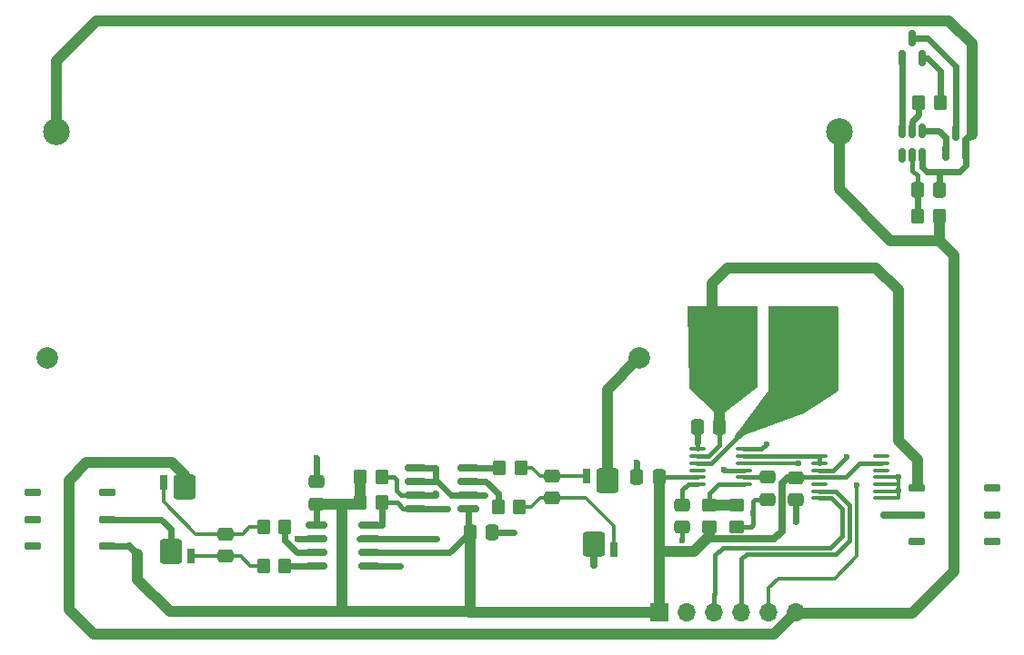
<source format=gtl>
%TF.GenerationSoftware,KiCad,Pcbnew,9.0.0*%
%TF.CreationDate,2025-03-15T23:12:27-07:00*%
%TF.ProjectId,Joule-Thief_R6,4a6f756c-652d-4546-9869-65665f52362e,5*%
%TF.SameCoordinates,Original*%
%TF.FileFunction,Copper,L1,Top*%
%TF.FilePolarity,Positive*%
%FSLAX46Y46*%
G04 Gerber Fmt 4.6, Leading zero omitted, Abs format (unit mm)*
G04 Created by KiCad (PCBNEW 9.0.0) date 2025-03-15 23:12:27*
%MOMM*%
%LPD*%
G01*
G04 APERTURE LIST*
G04 Aperture macros list*
%AMRoundRect*
0 Rectangle with rounded corners*
0 $1 Rounding radius*
0 $2 $3 $4 $5 $6 $7 $8 $9 X,Y pos of 4 corners*
0 Add a 4 corners polygon primitive as box body*
4,1,4,$2,$3,$4,$5,$6,$7,$8,$9,$2,$3,0*
0 Add four circle primitives for the rounded corners*
1,1,$1+$1,$2,$3*
1,1,$1+$1,$4,$5*
1,1,$1+$1,$6,$7*
1,1,$1+$1,$8,$9*
0 Add four rect primitives between the rounded corners*
20,1,$1+$1,$2,$3,$4,$5,0*
20,1,$1+$1,$4,$5,$6,$7,0*
20,1,$1+$1,$6,$7,$8,$9,0*
20,1,$1+$1,$8,$9,$2,$3,0*%
G04 Aperture macros list end*
%TA.AperFunction,SMDPad,CuDef*%
%ADD10RoundRect,0.150000X0.825000X0.150000X-0.825000X0.150000X-0.825000X-0.150000X0.825000X-0.150000X0*%
%TD*%
%TA.AperFunction,SMDPad,CuDef*%
%ADD11RoundRect,0.250000X-0.350000X-0.450000X0.350000X-0.450000X0.350000X0.450000X-0.350000X0.450000X0*%
%TD*%
%TA.AperFunction,ComponentPad*%
%ADD12C,2.500000*%
%TD*%
%TA.AperFunction,SMDPad,CuDef*%
%ADD13RoundRect,0.525000X1.475000X-1.225000X1.475000X1.225000X-1.475000X1.225000X-1.475000X-1.225000X0*%
%TD*%
%TA.AperFunction,SMDPad,CuDef*%
%ADD14RoundRect,0.090000X-0.660000X-0.210000X0.660000X-0.210000X0.660000X0.210000X-0.660000X0.210000X0*%
%TD*%
%TA.AperFunction,SMDPad,CuDef*%
%ADD15RoundRect,0.090000X0.660000X0.210000X-0.660000X0.210000X-0.660000X-0.210000X0.660000X-0.210000X0*%
%TD*%
%TA.AperFunction,ComponentPad*%
%ADD16C,2.000000*%
%TD*%
%TA.AperFunction,SMDPad,CuDef*%
%ADD17RoundRect,0.100000X-0.637500X-0.100000X0.637500X-0.100000X0.637500X0.100000X-0.637500X0.100000X0*%
%TD*%
%TA.AperFunction,SMDPad,CuDef*%
%ADD18RoundRect,0.100000X0.625000X0.100000X-0.625000X0.100000X-0.625000X-0.100000X0.625000X-0.100000X0*%
%TD*%
%TA.AperFunction,SMDPad,CuDef*%
%ADD19RoundRect,0.250000X-0.337500X-0.475000X0.337500X-0.475000X0.337500X0.475000X-0.337500X0.475000X0*%
%TD*%
%TA.AperFunction,SMDPad,CuDef*%
%ADD20RoundRect,0.250000X0.350000X0.450000X-0.350000X0.450000X-0.350000X-0.450000X0.350000X-0.450000X0*%
%TD*%
%TA.AperFunction,SMDPad,CuDef*%
%ADD21RoundRect,0.250000X0.450000X-0.350000X0.450000X0.350000X-0.450000X0.350000X-0.450000X-0.350000X0*%
%TD*%
%TA.AperFunction,SMDPad,CuDef*%
%ADD22RoundRect,0.250000X-0.475000X0.337500X-0.475000X-0.337500X0.475000X-0.337500X0.475000X0.337500X0*%
%TD*%
%TA.AperFunction,SMDPad,CuDef*%
%ADD23RoundRect,0.150000X0.150000X-0.587500X0.150000X0.587500X-0.150000X0.587500X-0.150000X-0.587500X0*%
%TD*%
%TA.AperFunction,ComponentPad*%
%ADD24R,1.700000X1.700000*%
%TD*%
%TA.AperFunction,ComponentPad*%
%ADD25O,1.700000X1.700000*%
%TD*%
%TA.AperFunction,SMDPad,CuDef*%
%ADD26RoundRect,0.150000X-0.150000X0.512500X-0.150000X-0.512500X0.150000X-0.512500X0.150000X0.512500X0*%
%TD*%
%TA.AperFunction,SMDPad,CuDef*%
%ADD27RoundRect,0.250000X0.337500X0.475000X-0.337500X0.475000X-0.337500X-0.475000X0.337500X-0.475000X0*%
%TD*%
%TA.AperFunction,SMDPad,CuDef*%
%ADD28RoundRect,0.243600X0.771400X-0.901400X0.771400X0.901400X-0.771400X0.901400X-0.771400X-0.901400X0*%
%TD*%
%TA.AperFunction,SMDPad,CuDef*%
%ADD29RoundRect,0.091200X0.288800X-0.608800X0.288800X0.608800X-0.288800X0.608800X-0.288800X-0.608800X0*%
%TD*%
%TA.AperFunction,SMDPad,CuDef*%
%ADD30RoundRect,0.190000X0.190000X-0.510000X0.190000X0.510000X-0.190000X0.510000X-0.190000X-0.510000X0*%
%TD*%
%TA.AperFunction,SMDPad,CuDef*%
%ADD31RoundRect,0.243600X-0.771400X0.901400X-0.771400X-0.901400X0.771400X-0.901400X0.771400X0.901400X0*%
%TD*%
%TA.AperFunction,SMDPad,CuDef*%
%ADD32RoundRect,0.091200X-0.288800X0.608800X-0.288800X-0.608800X0.288800X-0.608800X0.288800X0.608800X0*%
%TD*%
%TA.AperFunction,SMDPad,CuDef*%
%ADD33RoundRect,0.190000X-0.190000X0.510000X-0.190000X-0.510000X0.190000X-0.510000X0.190000X0.510000X0*%
%TD*%
%TA.AperFunction,SMDPad,CuDef*%
%ADD34RoundRect,0.250000X-0.450000X0.350000X-0.450000X-0.350000X0.450000X-0.350000X0.450000X0.350000X0*%
%TD*%
%TA.AperFunction,SMDPad,CuDef*%
%ADD35RoundRect,0.250000X0.475000X-0.337500X0.475000X0.337500X-0.475000X0.337500X-0.475000X-0.337500X0*%
%TD*%
%TA.AperFunction,SMDPad,CuDef*%
%ADD36RoundRect,0.150000X-0.825000X-0.150000X0.825000X-0.150000X0.825000X0.150000X-0.825000X0.150000X0*%
%TD*%
%TA.AperFunction,ViaPad*%
%ADD37C,0.600000*%
%TD*%
%TA.AperFunction,Conductor*%
%ADD38C,1.000000*%
%TD*%
%TA.AperFunction,Conductor*%
%ADD39C,0.600000*%
%TD*%
%TA.AperFunction,Conductor*%
%ADD40C,0.400000*%
%TD*%
%TA.AperFunction,Conductor*%
%ADD41C,0.700000*%
%TD*%
%TA.AperFunction,Conductor*%
%ADD42C,0.300000*%
%TD*%
%TA.AperFunction,Conductor*%
%ADD43C,0.500000*%
%TD*%
G04 APERTURE END LIST*
D10*
%TO.P,U4,8,IN+*%
%TO.N,Net-(U4-IN+)*%
X87645000Y-82870000D03*
%TO.P,U4,7,IN-*%
%TO.N,Net-(U4-IN-)*%
X87645000Y-81600000D03*
%TO.P,U4,6,GND*%
%TO.N,GND*%
X87645000Y-80330000D03*
%TO.P,U4,5,VS*%
%TO.N,V5+*%
X87645000Y-79060000D03*
%TO.P,U4,4,SCL*%
%TO.N,SCL*%
X92595000Y-79060000D03*
%TO.P,U4,3,SDA*%
%TO.N,SDA*%
X92595000Y-80330000D03*
%TO.P,U4,2,A0*%
%TO.N,V5+*%
X92595000Y-81600000D03*
%TO.P,U4,1,A1*%
%TO.N,GND*%
X92595000Y-82870000D03*
%TD*%
D11*
%TO.P,R5,1*%
%TO.N,V5+*%
X91700000Y-74575000D03*
%TO.P,R5,2*%
%TO.N,SDA*%
X93700000Y-74575000D03*
%TD*%
%TO.P,R4,1*%
%TO.N,V5+*%
X91740000Y-76955000D03*
%TO.P,R4,2*%
%TO.N,SCL*%
X93740000Y-76955000D03*
%TD*%
D12*
%TO.P,BT1,1,+*%
%TO.N,LITH*%
X136300000Y-42400000D03*
%TO.P,BT1,2,-*%
%TO.N,Net-(BT1--)*%
X63400000Y-42400000D03*
%TD*%
D13*
%TO.P,L1,1,1*%
%TO.N,Net-(SW1-A)*%
X124450000Y-60550000D03*
%TO.P,L1,2,2*%
%TO.N,Net-(U2-SWITCH)*%
X133950000Y-60550000D03*
%TD*%
D14*
%TO.P,SW1,1,A*%
%TO.N,Net-(SW1-A)*%
X143550000Y-75600000D03*
%TO.P,SW1,2,B*%
%TO.N,Net-(SW1-B)*%
X143550000Y-78100000D03*
%TO.P,SW1,3*%
%TO.N,N/C*%
X143550000Y-80600000D03*
%TO.P,SW1,4*%
X150550000Y-75600000D03*
%TO.P,SW1,5*%
X150550000Y-78100000D03*
%TO.P,SW1,6*%
X150550000Y-80600000D03*
%TD*%
D15*
%TO.P,SW2,1,A*%
%TO.N,V5+*%
X68200000Y-81000000D03*
%TO.P,SW2,2,B*%
%TO.N,Net-(SW2-B)*%
X68200000Y-78500000D03*
%TO.P,SW2,3*%
%TO.N,N/C*%
X68200000Y-76000000D03*
%TO.P,SW2,4*%
X61200000Y-81000000D03*
%TO.P,SW2,5*%
X61200000Y-78500000D03*
%TO.P,SW2,6*%
X61200000Y-76000000D03*
%TD*%
D16*
%TO.P,BATT_1,1,+*%
%TO.N,+ALK*%
X117660000Y-63500000D03*
%TO.P,BATT_1,2,-*%
%TO.N,GND*%
X62600000Y-63500000D03*
%TD*%
D11*
%TO.P,R1,1*%
%TO.N,Net-(U1-IN+)*%
X104660000Y-73690000D03*
%TO.P,R1,2*%
%TO.N,Net-(C2-Pad1)*%
X106660000Y-73690000D03*
%TD*%
D17*
%TO.P,U3,1,A*%
%TO.N,MPPC*%
X134487500Y-72625000D03*
%TO.P,U3,2,W*%
X134487500Y-73275000D03*
%TO.P,U3,3,B*%
%TO.N,GND*%
X134487500Y-73925000D03*
%TO.P,U3,4,VDD*%
%TO.N,V5+*%
X134487500Y-74575000D03*
%TO.P,U3,5,~{SHDN}*%
%TO.N,unconnected-(U3-~{SHDN}-Pad5)*%
X134487500Y-75225000D03*
%TO.P,U3,6,SCL*%
%TO.N,SCL*%
X134487500Y-75875000D03*
%TO.P,U3,7,SDA*%
%TO.N,SDA*%
X134487500Y-76525000D03*
%TO.P,U3,8,AD0*%
%TO.N,GND*%
X140212500Y-76525000D03*
%TO.P,U3,9,AD1*%
X140212500Y-75875000D03*
%TO.P,U3,10,GND*%
X140212500Y-75225000D03*
%TO.P,U3,11,VSS*%
X140212500Y-74575000D03*
%TO.P,U3,12,O2*%
%TO.N,unconnected-(U3-O2-Pad12)*%
X140212500Y-73925000D03*
%TO.P,U3,13,VLOG*%
%TO.N,V5+*%
X140212500Y-73275000D03*
%TO.P,U3,14,O1*%
%TO.N,unconnected-(U3-O1-Pad14)*%
X140212500Y-72625000D03*
%TD*%
D18*
%TO.P,U2,1,FB*%
%TO.N,Net-(U2-FB)*%
X127400000Y-75225000D03*
%TO.P,U2,2,LDO*%
%TO.N,Net-(U2-LDO)*%
X127400000Y-74575000D03*
%TO.P,U2,3,FBLDO*%
%TO.N,GND*%
X127400000Y-73925000D03*
%TO.P,U2,4,~{SHDN}*%
%TO.N,SHDN*%
X127400000Y-73275000D03*
%TO.P,U2,5,MPPC*%
%TO.N,MPPC*%
X127400000Y-72625000D03*
%TO.P,U2,6,GND*%
%TO.N,GND*%
X127400000Y-71975000D03*
%TO.P,U2,7,GND*%
X123100000Y-71975000D03*
%TO.P,U2,8,VIN*%
%TO.N,Net-(SW1-A)*%
X123100000Y-72625000D03*
%TO.P,U2,9,SWITCH*%
%TO.N,Net-(U2-SWITCH)*%
X123100000Y-73275000D03*
%TO.P,U2,10,~{PGOOD}*%
%TO.N,unconnected-(U2-~{PGOOD}-Pad10)*%
X123100000Y-73925000D03*
%TO.P,U2,11,VOUT*%
%TO.N,V5+*%
X123100000Y-74575000D03*
%TO.P,U2,12,AUX*%
%TO.N,Net-(U2-AUX)*%
X123100000Y-75225000D03*
%TD*%
D19*
%TO.P,C3,1*%
%TO.N,GND*%
X117462500Y-74587500D03*
%TO.P,C3,2*%
%TO.N,V5+*%
X119537500Y-74587500D03*
%TD*%
D20*
%TO.P,R12,1*%
%TO.N,GND*%
X145725000Y-39700000D03*
%TO.P,R12,2*%
%TO.N,Net-(U5-CS)*%
X143725000Y-39700000D03*
%TD*%
D21*
%TO.P,R6,1*%
%TO.N,V5+*%
X124200000Y-79175000D03*
%TO.P,R6,2*%
%TO.N,Net-(U2-FB)*%
X124200000Y-77175000D03*
%TD*%
D20*
%TO.P,R8,1*%
%TO.N,Net-(U4-IN+)*%
X84695000Y-82857500D03*
%TO.P,R8,2*%
%TO.N,Net-(C9-Pad2)*%
X82695000Y-82857500D03*
%TD*%
%TO.P,R9,1*%
%TO.N,Net-(U4-IN-)*%
X84695000Y-79220000D03*
%TO.P,R9,2*%
%TO.N,Net-(C9-Pad1)*%
X82695000Y-79220000D03*
%TD*%
D22*
%TO.P,C2,1*%
%TO.N,Net-(C2-Pad1)*%
X109610000Y-74452500D03*
%TO.P,C2,2*%
%TO.N,Net-(C2-Pad2)*%
X109610000Y-76527500D03*
%TD*%
D23*
%TO.P,Q1,1,G*%
%TO.N,Net-(Q1-G)*%
X142150000Y-35537500D03*
%TO.P,Q1,2,S*%
%TO.N,GND*%
X144050000Y-35537500D03*
%TO.P,Q1,3,D*%
%TO.N,Net-(Q1-D)*%
X143100000Y-33662500D03*
%TD*%
D22*
%TO.P,C9,1*%
%TO.N,Net-(C9-Pad1)*%
X79142500Y-79857500D03*
%TO.P,C9,2*%
%TO.N,Net-(C9-Pad2)*%
X79142500Y-81932500D03*
%TD*%
%TO.P,C5,1*%
%TO.N,Net-(U2-AUX)*%
X121700000Y-77175000D03*
%TO.P,C5,2*%
%TO.N,GND*%
X121700000Y-79250000D03*
%TD*%
D24*
%TO.P,J2,1,Pin_1*%
%TO.N,V5+*%
X119585000Y-87175000D03*
D25*
%TO.P,J2,2,Pin_2*%
%TO.N,GND*%
X122125000Y-87175000D03*
%TO.P,J2,3,Pin_3*%
%TO.N,SDA*%
X124665000Y-87175000D03*
%TO.P,J2,4,Pin_4*%
%TO.N,SCL*%
X127205000Y-87175000D03*
%TO.P,J2,5,Pin_5*%
%TO.N,SHDN*%
X129745000Y-87175000D03*
%TO.P,J2,6,Pin_6*%
%TO.N,LITH*%
X132285000Y-87175000D03*
%TD*%
D11*
%TO.P,R2,1*%
%TO.N,Net-(U1-IN-)*%
X104560000Y-77340000D03*
%TO.P,R2,2*%
%TO.N,Net-(C2-Pad2)*%
X106560000Y-77340000D03*
%TD*%
D26*
%TO.P,U5,1,OD*%
%TO.N,Net-(Q2-G)*%
X144050000Y-42275000D03*
%TO.P,U5,2,CS*%
%TO.N,Net-(U5-CS)*%
X143100000Y-42275000D03*
%TO.P,U5,3,OC*%
%TO.N,Net-(Q1-G)*%
X142150000Y-42275000D03*
%TO.P,U5,4,TD*%
%TO.N,unconnected-(U5-TD-Pad4)*%
X142150000Y-44550000D03*
%TO.P,U5,5,VCC*%
%TO.N,Net-(U5-VCC)*%
X143100000Y-44550000D03*
%TO.P,U5,6,GND*%
%TO.N,Net-(BT1--)*%
X144050000Y-44550000D03*
%TD*%
D27*
%TO.P,C4,1*%
%TO.N,Net-(SW1-A)*%
X125162500Y-69925000D03*
%TO.P,C4,2*%
%TO.N,GND*%
X123087500Y-69925000D03*
%TD*%
D23*
%TO.P,Q2,1,G*%
%TO.N,Net-(Q2-G)*%
X146225000Y-44362500D03*
%TO.P,Q2,2,S*%
%TO.N,Net-(BT1--)*%
X148125000Y-44362500D03*
%TO.P,Q2,3,D*%
%TO.N,Net-(Q1-D)*%
X147175000Y-42487500D03*
%TD*%
D22*
%TO.P,C7,1*%
%TO.N,Net-(U2-LDO)*%
X129600000Y-74600000D03*
%TO.P,C7,2*%
%TO.N,GND*%
X129600000Y-76675000D03*
%TD*%
%TO.P,C6,1*%
%TO.N,V5+*%
X132300000Y-74612500D03*
%TO.P,C6,2*%
%TO.N,GND*%
X132300000Y-76687500D03*
%TD*%
D28*
%TO.P,R10,1,1*%
%TO.N,Net-(SW2-B)*%
X74055000Y-81475000D03*
D29*
%TO.P,R10,2,2*%
%TO.N,Net-(C9-Pad2)*%
X75960000Y-81920000D03*
D30*
%TO.P,R10,3,3*%
%TO.N,Net-(C9-Pad1)*%
X73420000Y-75060000D03*
D28*
%TO.P,R10,4,4*%
%TO.N,LITH*%
X75325000Y-75505000D03*
%TD*%
D31*
%TO.P,R3,1,1*%
%TO.N,+ALK*%
X114715000Y-74885000D03*
D32*
%TO.P,R3,2,2*%
%TO.N,Net-(C2-Pad1)*%
X112810000Y-74440000D03*
D33*
%TO.P,R3,3,3*%
%TO.N,Net-(C2-Pad2)*%
X115350000Y-81300000D03*
D31*
%TO.P,R3,4,4*%
%TO.N,Net-(SW1-B)*%
X113445000Y-80855000D03*
%TD*%
D34*
%TO.P,R7,1*%
%TO.N,Net-(U2-FB)*%
X126800000Y-77175000D03*
%TO.P,R7,2*%
%TO.N,GND*%
X126800000Y-79175000D03*
%TD*%
D11*
%TO.P,R11,1*%
%TO.N,Net-(U5-VCC)*%
X143612500Y-50225000D03*
%TO.P,R11,2*%
%TO.N,LITH*%
X145612500Y-50225000D03*
%TD*%
D35*
%TO.P,C8,1*%
%TO.N,V5+*%
X87607500Y-77057500D03*
%TO.P,C8,2*%
%TO.N,GND*%
X87607500Y-74982500D03*
%TD*%
D19*
%TO.P,C1,1*%
%TO.N,V5+*%
X101915000Y-79697500D03*
%TO.P,C1,2*%
%TO.N,GND*%
X103990000Y-79697500D03*
%TD*%
D36*
%TO.P,U1,1,A1*%
%TO.N,GND*%
X96860000Y-73690000D03*
%TO.P,U1,2,A0*%
X96860000Y-74960000D03*
%TO.P,U1,3,SDA*%
%TO.N,SDA*%
X96860000Y-76230000D03*
%TO.P,U1,4,SCL*%
%TO.N,SCL*%
X96860000Y-77500000D03*
%TO.P,U1,5,VS*%
%TO.N,V5+*%
X101810000Y-77500000D03*
%TO.P,U1,6,GND*%
%TO.N,GND*%
X101810000Y-76230000D03*
%TO.P,U1,7,IN-*%
%TO.N,Net-(U1-IN-)*%
X101810000Y-74960000D03*
%TO.P,U1,8,IN+*%
%TO.N,Net-(U1-IN+)*%
X101810000Y-73690000D03*
%TD*%
D19*
%TO.P,C10,1*%
%TO.N,Net-(U5-VCC)*%
X143575000Y-47825000D03*
%TO.P,C10,2*%
%TO.N,Net-(BT1--)*%
X145650000Y-47825000D03*
%TD*%
D37*
%TO.N,SDA*%
X98790000Y-80330000D03*
%TO.N,GND*%
X137000979Y-72675519D03*
X125600000Y-73900000D03*
X95455000Y-82870000D03*
X145725000Y-36725000D03*
X132300000Y-78700000D03*
X123100000Y-71300000D03*
X128250000Y-77950000D03*
X141800000Y-74600000D03*
X121700000Y-80500000D03*
X117450000Y-73162500D03*
X103300000Y-76250000D03*
X87605000Y-72810000D03*
X129575000Y-71475000D03*
X106000000Y-79700000D03*
X85905000Y-80330000D03*
X141800000Y-75850000D03*
%TO.N,Net-(SW1-B)*%
X140500000Y-78100000D03*
X113450000Y-82800000D03*
%TO.N,SDA*%
X98716293Y-76207381D03*
%TO.N,SHDN*%
X132550000Y-73325000D03*
X137975000Y-75300000D03*
%TO.N,SCL*%
X99850000Y-77500000D03*
%TD*%
D38*
%TO.N,LITH*%
X75325000Y-74360001D02*
X75325000Y-75505000D01*
X74204999Y-73240000D02*
X75325000Y-74360001D01*
X64580000Y-74860000D02*
X66200000Y-73240000D01*
X66880000Y-89200000D02*
X64580000Y-86900000D01*
X64580000Y-86900000D02*
X64580000Y-74860000D01*
X130260000Y-89200000D02*
X66880000Y-89200000D01*
X66200000Y-73240000D02*
X74204999Y-73240000D01*
X132285000Y-87175000D02*
X130260000Y-89200000D01*
%TO.N,V5+*%
X90050000Y-87110000D02*
X90050000Y-77057500D01*
X87607500Y-77057500D02*
X90050000Y-77057500D01*
X90050000Y-87110000D02*
X73970000Y-87110000D01*
D39*
%TO.N,SCL*%
X93740000Y-79065000D02*
X93735000Y-79060000D01*
X93735000Y-79060000D02*
X92595000Y-79060000D01*
X93740000Y-76955000D02*
X93740000Y-79065000D01*
D40*
%TO.N,SDA*%
X95100000Y-74825000D02*
X94850000Y-74575000D01*
X95100000Y-75850000D02*
X95100000Y-74825000D01*
X94850000Y-74575000D02*
X93700000Y-74575000D01*
%TO.N,SCL*%
X95150000Y-76950000D02*
X95145000Y-76955000D01*
X95145000Y-76955000D02*
X93740000Y-76955000D01*
X95700000Y-77500000D02*
X95150000Y-76950000D01*
X96860000Y-77500000D02*
X95700000Y-77500000D01*
D38*
%TO.N,V5+*%
X91740000Y-74615000D02*
X91700000Y-74575000D01*
X91740000Y-76955000D02*
X91740000Y-74615000D01*
X90050000Y-77057500D02*
X91637500Y-77057500D01*
X91637500Y-77057500D02*
X91740000Y-76955000D01*
D39*
X87607500Y-79022500D02*
X87645000Y-79060000D01*
X87607500Y-77057500D02*
X87607500Y-79022500D01*
%TO.N,SDA*%
X92595000Y-80330000D02*
X98790000Y-80330000D01*
X92595000Y-80330000D02*
X91620001Y-80330000D01*
%TO.N,V5+*%
X100012500Y-81600000D02*
X92595000Y-81600000D01*
X101915000Y-79697500D02*
X100012500Y-81600000D01*
D41*
X70190000Y-81000000D02*
X70970000Y-81780000D01*
D38*
X70970000Y-81780000D02*
X70970000Y-84110000D01*
D39*
X68200000Y-81000000D02*
X70190000Y-81000000D01*
D38*
X73970000Y-87110000D02*
X70970000Y-84110000D01*
X101915000Y-87110000D02*
X90050000Y-87110000D01*
D39*
%TO.N,Net-(SW2-B)*%
X74055000Y-79385000D02*
X74055000Y-81475000D01*
X74060000Y-79380000D02*
X74055000Y-79385000D01*
X73180000Y-78500000D02*
X74060000Y-79380000D01*
X68200000Y-78500000D02*
X73180000Y-78500000D01*
%TO.N,GND*%
X132300000Y-78700000D02*
X132300000Y-76687500D01*
D40*
X135751498Y-73925000D02*
X137000979Y-72675519D01*
X134487500Y-73925000D02*
X135751498Y-73925000D01*
D38*
%TO.N,LITH*%
X141075000Y-52525000D02*
X136300000Y-47750000D01*
X145612500Y-52525000D02*
X141075000Y-52525000D01*
X136300000Y-47750000D02*
X136300000Y-42400000D01*
%TO.N,+ALK*%
X114715000Y-66445000D02*
X114715000Y-74885000D01*
X117655000Y-63505000D02*
X114715000Y-66445000D01*
%TO.N,Net-(BT1--)*%
X67125000Y-32075000D02*
X63400000Y-35800000D01*
X63400000Y-35800000D02*
X63400000Y-42400000D01*
X146525000Y-32075000D02*
X67125000Y-32075000D01*
X148650000Y-34200000D02*
X146525000Y-32075000D01*
X148650000Y-42600000D02*
X148650000Y-34200000D01*
D41*
%TO.N,Net-(SW1-B)*%
X140500000Y-78100000D02*
X143550000Y-78100000D01*
D38*
%TO.N,LITH*%
X132360000Y-87250000D02*
X132285000Y-87175000D01*
X143075000Y-87250000D02*
X132360000Y-87250000D01*
X147000000Y-83325000D02*
X143075000Y-87250000D01*
X147000000Y-53912500D02*
X147000000Y-83325000D01*
X145612500Y-52525000D02*
X147000000Y-53912500D01*
D42*
%TO.N,GND*%
X141800000Y-75300000D02*
X141800000Y-75850000D01*
X140212500Y-75875000D02*
X141775000Y-75875000D01*
D40*
X128425000Y-76675000D02*
X129600000Y-76675000D01*
D39*
X92595000Y-82870000D02*
X95455000Y-82870000D01*
X87645000Y-80330000D02*
X85905000Y-80330000D01*
X123087500Y-71287500D02*
X123100000Y-71300000D01*
D42*
X141800000Y-76523301D02*
X141801699Y-76525000D01*
D40*
X129575000Y-71475000D02*
X129075000Y-71975000D01*
D42*
X141800000Y-75850000D02*
X141800000Y-76523301D01*
D39*
X144537500Y-35537500D02*
X144050000Y-35537500D01*
D40*
X128250000Y-79000000D02*
X128075000Y-79175000D01*
D39*
X100200000Y-76230000D02*
X101810000Y-76230000D01*
X96860000Y-74960000D02*
X98930000Y-74960000D01*
D40*
X129075000Y-71975000D02*
X127400000Y-71975000D01*
D39*
X98700000Y-73730000D02*
X98660000Y-73690000D01*
D40*
X128075000Y-79175000D02*
X126800000Y-79175000D01*
D39*
X145725000Y-36725000D02*
X145725000Y-39700000D01*
D42*
X87607500Y-72812500D02*
X87605000Y-72810000D01*
X105997500Y-79697500D02*
X106000000Y-79700000D01*
D39*
X117450000Y-74575000D02*
X117462500Y-74587500D01*
X105097500Y-79697500D02*
X105997500Y-79697500D01*
D42*
X140212500Y-75225000D02*
X141725000Y-75225000D01*
D39*
X98930000Y-74960000D02*
X100200000Y-76230000D01*
D40*
X127400000Y-73925000D02*
X125600000Y-73925000D01*
D42*
X86035000Y-80330000D02*
X86055000Y-80310000D01*
D40*
X128250000Y-77950000D02*
X128250000Y-79000000D01*
D39*
X145725000Y-39700000D02*
X145775000Y-39650000D01*
X145725000Y-36725000D02*
X144537500Y-35537500D01*
D40*
X123100000Y-71975000D02*
X123100000Y-71300000D01*
X125600000Y-73925000D02*
X125600000Y-73900000D01*
X121700000Y-79250000D02*
X121700000Y-80500000D01*
D39*
X98660000Y-73690000D02*
X96860000Y-73690000D01*
D42*
X103280000Y-76230000D02*
X103300000Y-76250000D01*
X141800000Y-74600000D02*
X141800000Y-75300000D01*
D39*
X101810000Y-76230000D02*
X103280000Y-76230000D01*
D42*
X141775000Y-75875000D02*
X141800000Y-75850000D01*
X140237500Y-74600000D02*
X141800000Y-74600000D01*
X141801699Y-76525000D02*
X140212500Y-76525000D01*
X141725000Y-75225000D02*
X141800000Y-75300000D01*
D39*
X98700000Y-73730000D02*
X98700000Y-74960000D01*
D42*
X140212500Y-74575000D02*
X140237500Y-74600000D01*
D39*
X87607500Y-73712500D02*
X87607500Y-72812500D01*
D42*
X85905000Y-80330000D02*
X86035000Y-80330000D01*
D39*
X123087500Y-69925000D02*
X123087500Y-71287500D01*
D42*
X87607500Y-74982500D02*
X87832500Y-74982500D01*
D40*
X128250000Y-76850000D02*
X128425000Y-76675000D01*
D39*
X87607500Y-74982500D02*
X87607500Y-73712500D01*
D40*
X128250000Y-78150000D02*
X128250000Y-77950000D01*
X128250000Y-77950000D02*
X128250000Y-76850000D01*
D39*
X103990000Y-79697500D02*
X105097500Y-79697500D01*
X117450000Y-73162500D02*
X117450000Y-74575000D01*
D38*
%TO.N,LITH*%
X145612500Y-50225000D02*
X145612500Y-52525000D01*
D39*
%TO.N,Net-(BT1--)*%
X145650000Y-47825000D02*
X145650000Y-46100000D01*
X144050000Y-45700000D02*
X144450000Y-46100000D01*
D41*
X148125000Y-44362500D02*
X148125000Y-43125000D01*
D39*
X144050000Y-44550000D02*
X144050000Y-45700000D01*
D41*
X148125000Y-43125000D02*
X148650000Y-42600000D01*
D39*
X145200000Y-46100000D02*
X145650000Y-46100000D01*
X148125000Y-45500000D02*
X148125000Y-44362500D01*
X144450000Y-46100000D02*
X145200000Y-46100000D01*
X145650000Y-46100000D02*
X147525000Y-46100000D01*
X147525000Y-46100000D02*
X148125000Y-45500000D01*
D38*
%TO.N,V5+*%
X124200000Y-80100000D02*
X122800000Y-81500000D01*
X101915000Y-79697500D02*
X101915000Y-87110000D01*
D43*
X119537500Y-74587500D02*
X119550000Y-74600000D01*
D40*
X119550000Y-74575000D02*
X119537500Y-74587500D01*
X138225000Y-73275000D02*
X136925000Y-74575000D01*
D38*
X119585000Y-87175000D02*
X101850000Y-87175000D01*
X119637500Y-81500000D02*
X119537500Y-81400000D01*
D40*
X134487500Y-74575000D02*
X132337500Y-74575000D01*
D38*
X124200000Y-79175000D02*
X124200000Y-80100000D01*
X101915000Y-87110000D02*
X101850000Y-87175000D01*
X122800000Y-81500000D02*
X119637500Y-81500000D01*
D40*
X132337500Y-74575000D02*
X132300000Y-74612500D01*
X136925000Y-74575000D02*
X134487500Y-74575000D01*
D38*
X119537500Y-86386500D02*
X119550000Y-86399000D01*
X119537500Y-81400000D02*
X119537500Y-86386500D01*
X119537500Y-74975000D02*
X119537500Y-81400000D01*
D42*
X134450000Y-74612500D02*
X134487500Y-74575000D01*
D39*
X101810000Y-77500000D02*
X101810000Y-79592500D01*
D40*
X123100000Y-74575000D02*
X119550000Y-74575000D01*
X140212500Y-73275000D02*
X138225000Y-73275000D01*
D42*
%TO.N,Net-(C2-Pad1)*%
X112797500Y-74452500D02*
X112810000Y-74440000D01*
X109610000Y-74452500D02*
X112797500Y-74452500D01*
X107690000Y-73690000D02*
X108452500Y-74452500D01*
X106660000Y-73690000D02*
X107690000Y-73690000D01*
X108452500Y-74452500D02*
X109610000Y-74452500D01*
%TO.N,Net-(C2-Pad2)*%
X112727500Y-76527500D02*
X115350000Y-79150000D01*
X115350000Y-79150000D02*
X115350000Y-81300000D01*
X109610000Y-76527500D02*
X108472500Y-76527500D01*
X108472500Y-76527500D02*
X107660000Y-77340000D01*
X107660000Y-77340000D02*
X106560000Y-77340000D01*
X109610000Y-76527500D02*
X112727500Y-76527500D01*
D41*
%TO.N,Net-(SW1-B)*%
X113445000Y-80855000D02*
X113445000Y-82795000D01*
X113445000Y-82795000D02*
X113450000Y-82800000D01*
D40*
%TO.N,Net-(U2-AUX)*%
X122250000Y-75225000D02*
X123100000Y-75225000D01*
X121700000Y-77175000D02*
X121700000Y-75775000D01*
X121700000Y-75775000D02*
X122250000Y-75225000D01*
D42*
%TO.N,Net-(U2-LDO)*%
X129575000Y-74575000D02*
X129600000Y-74600000D01*
D40*
X127400000Y-74575000D02*
X129575000Y-74575000D01*
D42*
%TO.N,Net-(C9-Pad1)*%
X79142500Y-79857500D02*
X76407500Y-79857500D01*
X80757500Y-79857500D02*
X81395000Y-79220000D01*
X73402500Y-75077500D02*
X73420000Y-75060000D01*
X81395000Y-79220000D02*
X82695000Y-79220000D01*
X73402500Y-76852500D02*
X73402500Y-75077500D01*
X79142500Y-79857500D02*
X80757500Y-79857500D01*
X76407500Y-79857500D02*
X73402500Y-76852500D01*
%TO.N,Net-(C9-Pad2)*%
X75972500Y-81932500D02*
X75960000Y-81920000D01*
X79142500Y-81932500D02*
X75972500Y-81932500D01*
X79142500Y-81932500D02*
X80577500Y-81932500D01*
X80577500Y-81932500D02*
X81502500Y-82857500D01*
X81502500Y-82857500D02*
X82695000Y-82857500D01*
D40*
%TO.N,Net-(U5-VCC)*%
X143100000Y-44550000D02*
X143100000Y-46000000D01*
X143100000Y-46000000D02*
X143575000Y-46475000D01*
D39*
X143612500Y-47862500D02*
X143575000Y-47825000D01*
X143612500Y-50225000D02*
X143612500Y-47862500D01*
D40*
X143575000Y-46475000D02*
X143575000Y-47825000D01*
X143150000Y-44600000D02*
X143100000Y-44550000D01*
D41*
%TO.N,SDA*%
X98693674Y-76230000D02*
X98716293Y-76207381D01*
D39*
X96860000Y-76230000D02*
X98693674Y-76230000D01*
D42*
X96900000Y-76270000D02*
X96860000Y-76230000D01*
%TO.N,SHDN*%
X132500000Y-73275000D02*
X127400000Y-73275000D01*
X132550000Y-73325000D02*
X132500000Y-73275000D01*
%TO.N,SCL*%
X92545000Y-79110000D02*
X92595000Y-79060000D01*
D39*
X99850000Y-77500000D02*
X96860000Y-77500000D01*
D40*
%TO.N,Net-(U2-SWITCH)*%
X124425000Y-73275000D02*
X127000000Y-70700000D01*
X123100000Y-73275000D02*
X124425000Y-73275000D01*
D41*
X127000000Y-70700000D02*
X128550000Y-69150000D01*
D40*
X128550000Y-69150000D02*
X128550000Y-69100000D01*
D39*
%TO.N,Net-(Q1-D)*%
X147175000Y-42312500D02*
X147175000Y-36300000D01*
X144537500Y-33662500D02*
X143100000Y-33662500D01*
X147175000Y-36300000D02*
X144537500Y-33662500D01*
%TO.N,Net-(Q1-G)*%
X142150000Y-35537500D02*
X142150000Y-42275000D01*
%TO.N,Net-(Q2-G)*%
X146225000Y-42925000D02*
X145575000Y-42275000D01*
X145575000Y-42275000D02*
X144050000Y-42275000D01*
X146225000Y-44362500D02*
X146225000Y-42925000D01*
%TO.N,Net-(U1-IN+)*%
X101810000Y-73690000D02*
X104660000Y-73690000D01*
%TO.N,Net-(U1-IN-)*%
X104560000Y-76090000D02*
X104560000Y-77340000D01*
X103430000Y-74960000D02*
X104560000Y-76090000D01*
X101810000Y-74960000D02*
X103430000Y-74960000D01*
D38*
%TO.N,Net-(SW1-A)*%
X143600000Y-72950000D02*
X141800000Y-71150000D01*
X124450000Y-56500000D02*
X124450000Y-60550000D01*
X141800000Y-57150000D02*
X139725000Y-55075000D01*
X139725000Y-55075000D02*
X125875000Y-55075000D01*
D40*
X123100000Y-72625000D02*
X124124999Y-72625000D01*
X125175000Y-69937500D02*
X125162500Y-69925000D01*
D38*
X141800000Y-71150000D02*
X141800000Y-57150000D01*
X125175000Y-68406250D02*
X125187500Y-68393750D01*
D40*
X124124999Y-72625000D02*
X125175000Y-71574999D01*
D38*
X125175000Y-69543750D02*
X125175000Y-68406250D01*
D40*
X125175000Y-71574999D02*
X125175000Y-69937500D01*
D38*
X125875000Y-55075000D02*
X124450000Y-56500000D01*
X143600000Y-75350000D02*
X143600000Y-72950000D01*
D40*
%TO.N,Net-(U2-FB)*%
X127400000Y-75225000D02*
X125075000Y-75225000D01*
X124200000Y-76100000D02*
X124200000Y-77175000D01*
D38*
X124200000Y-77175000D02*
X126800000Y-77175000D01*
D40*
X125075000Y-75225000D02*
X124200000Y-76100000D01*
D39*
%TO.N,Net-(U4-IN+)*%
X84707500Y-82870000D02*
X84695000Y-82857500D01*
X87645000Y-82870000D02*
X84707500Y-82870000D01*
%TO.N,Net-(U4-IN-)*%
X85825000Y-81600000D02*
X84695000Y-80470000D01*
X84695000Y-80470000D02*
X84695000Y-79220000D01*
X87645000Y-81600000D02*
X85825000Y-81600000D01*
%TO.N,Net-(U5-CS)*%
X143100000Y-42275000D02*
X143100000Y-41425000D01*
X143725000Y-40800000D02*
X143725000Y-39700000D01*
X143100000Y-41425000D02*
X143725000Y-40800000D01*
D40*
%TO.N,MPPC*%
X127400000Y-72625000D02*
X134487500Y-72625000D01*
X134487500Y-72625000D02*
X134487500Y-73275000D01*
D41*
%TO.N,V5+*%
X124400000Y-80350000D02*
X124200000Y-80150000D01*
X130200000Y-80350000D02*
X127500000Y-80350000D01*
X130950000Y-79600000D02*
X130200000Y-80350000D01*
X130950000Y-75150000D02*
X130950000Y-79600000D01*
X124200000Y-80150000D02*
X124200000Y-79175000D01*
X132300000Y-74612500D02*
X131487500Y-74612500D01*
X131487500Y-74612500D02*
X130950000Y-75150000D01*
X127500000Y-80350000D02*
X124400000Y-80350000D01*
D40*
%TO.N,SDA*%
X124665000Y-85510000D02*
X124665000Y-87175000D01*
X124700000Y-81875000D02*
X124700000Y-85475000D01*
X125450000Y-81125000D02*
X124700000Y-81875000D01*
X135500000Y-81125000D02*
X125450000Y-81125000D01*
X136550000Y-77500000D02*
X136550000Y-80075000D01*
X135575000Y-76525000D02*
X136550000Y-77500000D01*
X124700000Y-85475000D02*
X124665000Y-85510000D01*
X136550000Y-80075000D02*
X135500000Y-81125000D01*
X134487500Y-76525000D02*
X135575000Y-76525000D01*
%TO.N,SCL*%
X127205000Y-82170000D02*
X127205000Y-87175000D01*
X127649000Y-81726000D02*
X127205000Y-82170000D01*
X135999000Y-81726000D02*
X127649000Y-81726000D01*
X137275000Y-80450000D02*
X135999000Y-81726000D01*
X137275000Y-77150000D02*
X137275000Y-80450000D01*
X134487500Y-75875000D02*
X136000000Y-75875000D01*
X136000000Y-75875000D02*
X137275000Y-77150000D01*
D42*
%TO.N,SHDN*%
X130625000Y-84025000D02*
X129745000Y-84905000D01*
X137950000Y-75325000D02*
X137950000Y-81950000D01*
X137950000Y-81950000D02*
X135875000Y-84025000D01*
X129745000Y-84905000D02*
X129745000Y-87175000D01*
X137975000Y-75300000D02*
X137950000Y-75325000D01*
X135875000Y-84025000D02*
X130625000Y-84025000D01*
D40*
%TO.N,SDA*%
X95480000Y-76230000D02*
X95100000Y-75850000D01*
X96860000Y-76230000D02*
X95480000Y-76230000D01*
%TD*%
%TA.AperFunction,Conductor*%
%TO.N,Net-(SW1-A)*%
G36*
X128643039Y-58619685D02*
G01*
X128688794Y-58672489D01*
X128700000Y-58724000D01*
X128700000Y-66142837D01*
X128680315Y-66209876D01*
X128651603Y-66241123D01*
X125684877Y-68523171D01*
X125619738Y-68548443D01*
X125606012Y-68548842D01*
X124746876Y-68526233D01*
X124680378Y-68504792D01*
X124665670Y-68493057D01*
X122357307Y-66345235D01*
X122321636Y-66285157D01*
X122317790Y-66256367D01*
X122201937Y-58725906D01*
X122220588Y-58658573D01*
X122272682Y-58612011D01*
X122325922Y-58600000D01*
X128576000Y-58600000D01*
X128643039Y-58619685D01*
G37*
%TD.AperFunction*%
%TD*%
%TA.AperFunction,Conductor*%
%TO.N,Net-(U2-SWITCH)*%
G36*
X136143039Y-58619685D02*
G01*
X136188794Y-58672489D01*
X136200000Y-58724000D01*
X136200000Y-66482751D01*
X136180315Y-66549790D01*
X136143637Y-66586680D01*
X133061425Y-68592564D01*
X133037230Y-68604776D01*
X126768700Y-70949493D01*
X126699013Y-70954543D01*
X126637659Y-70921115D01*
X126604116Y-70859823D01*
X126609036Y-70790127D01*
X126625119Y-70760221D01*
X129700000Y-66550000D01*
X129700000Y-58724000D01*
X129719685Y-58656961D01*
X129772489Y-58611206D01*
X129824000Y-58600000D01*
X136076000Y-58600000D01*
X136143039Y-58619685D01*
G37*
%TD.AperFunction*%
%TD*%
M02*

</source>
